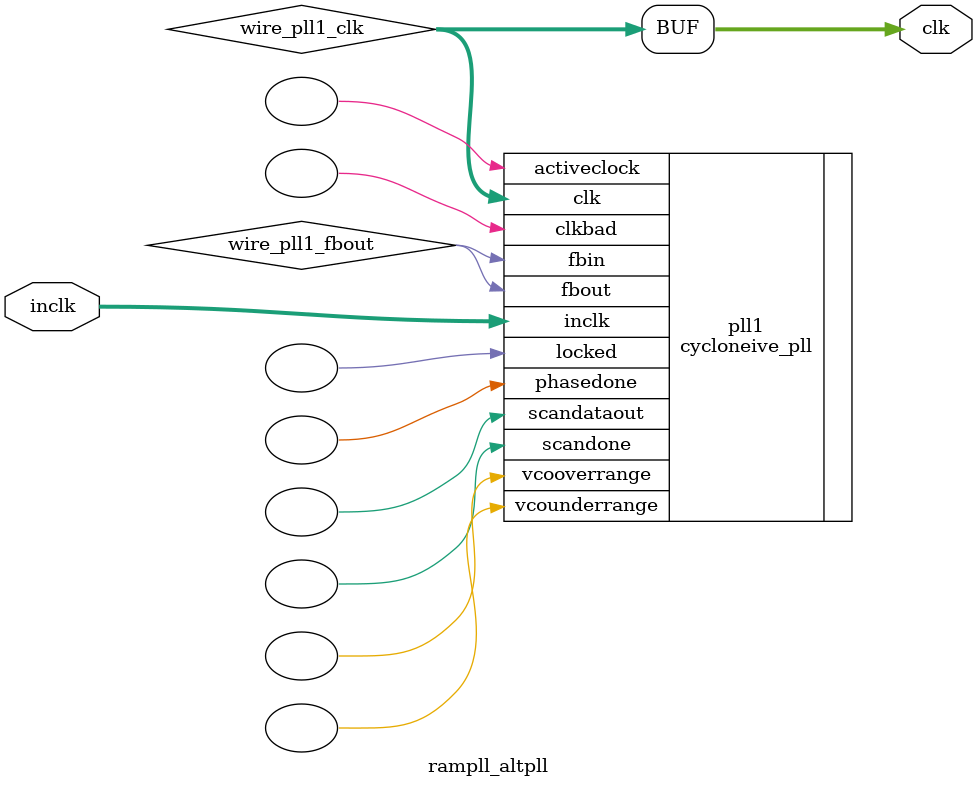
<source format=v>






//synthesis_resources = cycloneive_pll 1 
//synopsys translate_off
`timescale 1 ps / 1 ps
//synopsys translate_on
module  rampll_altpll
	( 
	clk,
	inclk) /* synthesis synthesis_clearbox=1 */;
	output   [4:0]  clk;
	input   [1:0]  inclk;
`ifndef ALTERA_RESERVED_QIS
// synopsys translate_off
`endif
	tri0   [1:0]  inclk;
`ifndef ALTERA_RESERVED_QIS
// synopsys translate_on
`endif

	wire  [4:0]   wire_pll1_clk;
	wire  wire_pll1_fbout;

	cycloneive_pll   pll1
	( 
	.activeclock(),
	.clk(wire_pll1_clk),
	.clkbad(),
	.fbin(wire_pll1_fbout),
	.fbout(wire_pll1_fbout),
	.inclk(inclk),
	.locked(),
	.phasedone(),
	.scandataout(),
	.scandone(),
	.vcooverrange(),
	.vcounderrange()
	`ifndef FORMAL_VERIFICATION
	// synopsys translate_off
	`endif
	,
	.areset(1'b0),
	.clkswitch(1'b0),
	.configupdate(1'b0),
	.pfdena(1'b1),
	.phasecounterselect({3{1'b0}}),
	.phasestep(1'b0),
	.phaseupdown(1'b0),
	.scanclk(1'b0),
	.scanclkena(1'b1),
	.scandata(1'b0)
	`ifndef FORMAL_VERIFICATION
	// synopsys translate_on
	`endif
	);
	defparam
		pll1.bandwidth_type = "auto",
		pll1.clk0_divide_by = 1,
		pll1.clk0_duty_cycle = 50,
		pll1.clk0_multiply_by = 1,
		pll1.clk0_phase_shift = "-3000",
		pll1.compensate_clock = "clk0",
		pll1.inclk0_input_frequency = 20000,
		pll1.operation_mode = "normal",
		pll1.pll_type = "auto",
		pll1.lpm_type = "cycloneive_pll";
	assign
		clk = {wire_pll1_clk[4:0]};
endmodule //rampll_altpll
//VALID FILE

</source>
